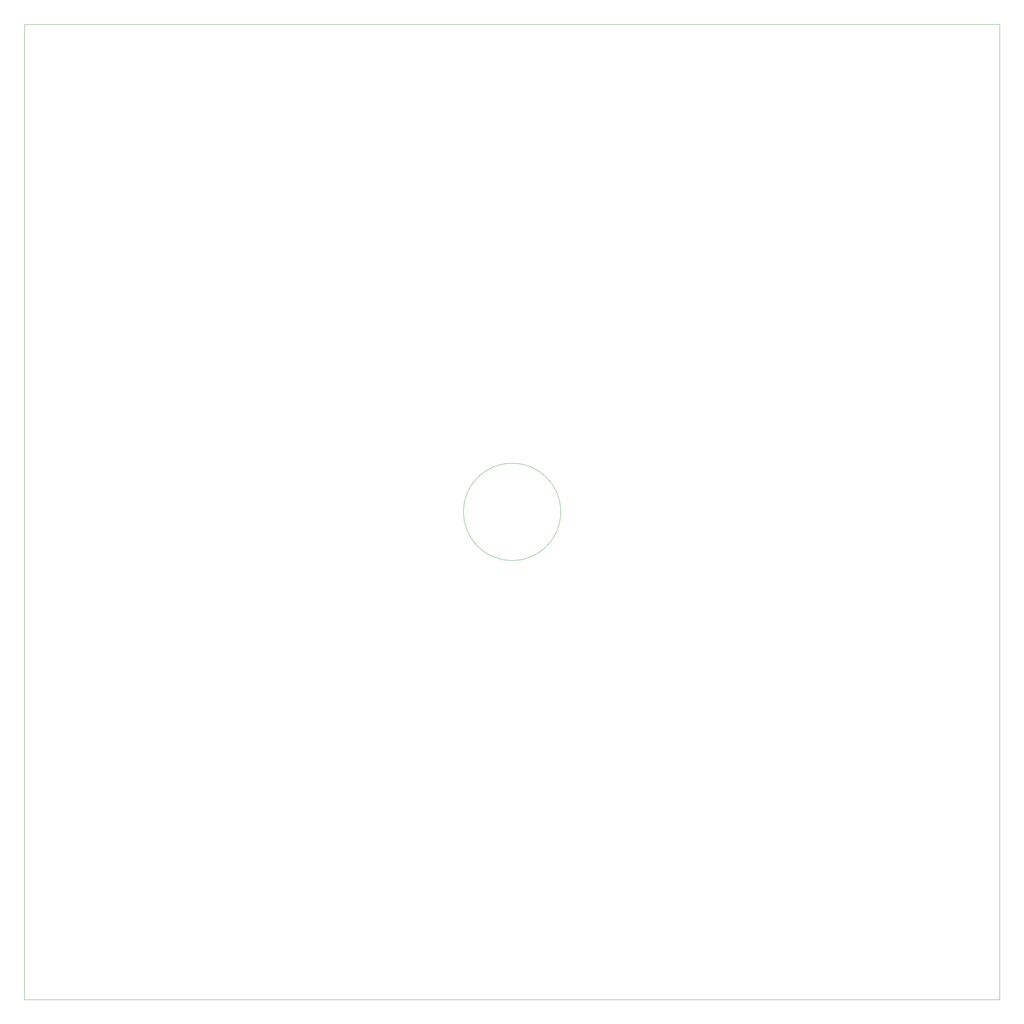
<source format=gbr>
%TF.GenerationSoftware,KiCad,Pcbnew,(6.0.10-0)*%
%TF.CreationDate,2023-02-19T18:45:33-05:00*%
%TF.ProjectId,Grad_Cap,47726164-5f43-4617-902e-6b696361645f,rev?*%
%TF.SameCoordinates,Original*%
%TF.FileFunction,Profile,NP*%
%FSLAX46Y46*%
G04 Gerber Fmt 4.6, Leading zero omitted, Abs format (unit mm)*
G04 Created by KiCad (PCBNEW (6.0.10-0)) date 2023-02-19 18:45:33*
%MOMM*%
%LPD*%
G01*
G04 APERTURE LIST*
%TA.AperFunction,Profile*%
%ADD10C,0.100000*%
%TD*%
G04 APERTURE END LIST*
D10*
X202298645Y-190707264D02*
G75*
G03*
X202298645Y-190707264I-11999999J0D01*
G01*
X310298646Y-310707263D02*
X70298647Y-310707263D01*
X70298647Y-70707264D01*
X310298646Y-70707264D01*
X310298646Y-310707263D01*
M02*

</source>
